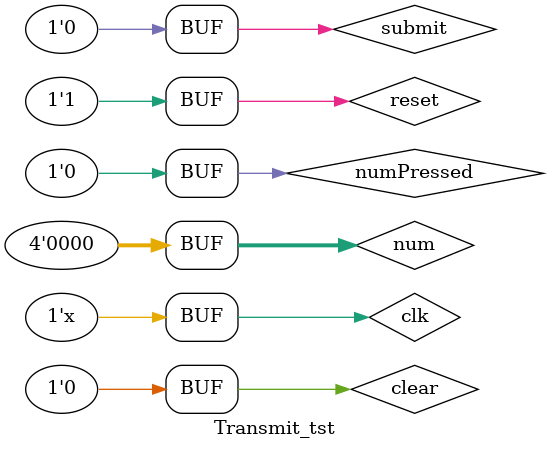
<source format=v>
`timescale 1 ns/ 1 ps
module Transmit_tst();

	parameter period = 2;
	reg clear;
	reg clk;
	reg [3:0] num;
	reg numPressed;
	reg reset;
	reg submit;

	wire [3:0]  num1;
	wire [3:0]  num2;
	wire [3:0]  num3;
	wire [3:0]  num4;
	wire txd;

	Transmit inst1 (
		.clear(clear),
		.clk(clk),
		.num(num),
		.num1(num1),
		.num2(num2),
		.num3(num3),
		.num4(num4),
		.numPressed(numPressed),
		.reset(reset),
		.submit(submit),
		.txd(txd)
	);

	always # (period / 2) clk = ~clk;

	initial begin
		clk = 0;
		reset = 0;
		num = 0;
		numPressed = 0;
		clear = 0;
		submit = 0;
		# period reset = 1;
		# period num = 8;
		numPressed = 1;
		# (period * 2) num = 0;
		numPressed = 0;
		# period submit = 1;
		# period submit = 0;
		# 70000;
		# period num = 1;
		numPressed = 1;
		# (period * 2) num = 0;
		numPressed = 0;
		
		# period num = 2;
		numPressed = 1;
		# (period * 2) num = 0;
		numPressed = 0;
		
		# period num = 3;
		numPressed = 1;
		# (period * 2) num = 0;
		numPressed = 0;
		
		#(period * 9) submit = 1;
		#(period * 2) submit = 0;
	end
endmodule

</source>
